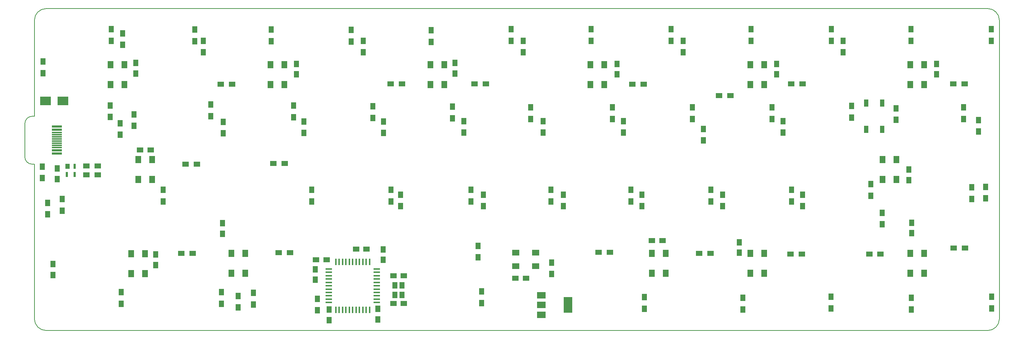
<source format=gbr>
%TF.GenerationSoftware,KiCad,Pcbnew,(5.0.0)*%
%TF.CreationDate,2018-08-30T21:22:28+03:00*%
%TF.ProjectId,cpm43,63706D34332E6B696361645F70636200,rev?*%
%TF.SameCoordinates,Original*%
%TF.FileFunction,Paste,Bot*%
%TF.FilePolarity,Positive*%
%FSLAX46Y46*%
G04 Gerber Fmt 4.6, Leading zero omitted, Abs format (unit mm)*
G04 Created by KiCad (PCBNEW (5.0.0)) date 08/30/18 21:22:28*
%MOMM*%
%LPD*%
G01*
G04 APERTURE LIST*
%ADD10C,0.200000*%
%ADD11R,1.000000X1.700000*%
%ADD12R,1.300000X1.500000*%
%ADD13R,1.400000X1.800000*%
%ADD14R,2.000000X1.500000*%
%ADD15R,2.000000X3.800000*%
%ADD16R,1.250000X1.500000*%
%ADD17R,1.500000X1.250000*%
%ADD18R,1.200000X1.600000*%
%ADD19R,1.800000X1.400000*%
%ADD20R,1.200000X1.500000*%
%ADD21R,1.500000X1.200000*%
%ADD22R,1.524000X0.406400*%
%ADD23R,0.406400X1.524000*%
%ADD24R,1.000000X1.200000*%
%ADD25R,0.600000X1.200000*%
%ADD26R,2.450000X0.300000*%
%ADD27R,2.450000X0.600000*%
%ADD28R,2.650000X2.030000*%
%ADD29R,1.500000X1.300000*%
G04 APERTURE END LIST*
D10*
X33274000Y-97282000D02*
X32766000Y-97282000D01*
X32766000Y-85852000D02*
X33274000Y-85852000D01*
X33274000Y-62992000D02*
X33274000Y-85852000D01*
X33274000Y-97282000D02*
X33274000Y-134112000D01*
X30988000Y-87630000D02*
X30988000Y-95504000D01*
X30988000Y-87630000D02*
G75*
G02X32766000Y-85852000I1778000J0D01*
G01*
X32766000Y-97282000D02*
G75*
G02X30988000Y-95504000I0J1778000D01*
G01*
X36068000Y-60198000D02*
X260350000Y-60198000D01*
X260350000Y-136906000D02*
X36068000Y-136906000D01*
X263144000Y-62992000D02*
X263144000Y-134112000D01*
X260350000Y-60198000D02*
G75*
G02X263144000Y-62992000I0J-2794000D01*
G01*
X263144000Y-134112000D02*
G75*
G02X260350000Y-136906000I-2794000J0D01*
G01*
X36068000Y-136906000D02*
G75*
G02X33274000Y-134112000I0J2794000D01*
G01*
X33274000Y-62992000D02*
G75*
G02X36068000Y-60198000I2794000J0D01*
G01*
D11*
%TO.C,SW1*%
X231424400Y-82702000D03*
X231424400Y-89002000D03*
X235224400Y-82702000D03*
X235224400Y-89002000D03*
%TD*%
D12*
%TO.C,X1*%
X119165000Y-128404000D03*
X119165000Y-126104000D03*
X120865000Y-128404000D03*
X120865000Y-126104000D03*
%TD*%
D13*
%TO.C,LED7*%
X169036000Y-78346000D03*
X165736000Y-78346000D03*
X165736000Y-73546000D03*
X169036000Y-73546000D03*
%TD*%
D14*
%TO.C,Q1*%
X154045520Y-133130320D03*
X154045520Y-128530320D03*
X154045520Y-130830320D03*
D15*
X160345520Y-130830320D03*
%TD*%
D16*
%TO.C,C1*%
X100203000Y-122321000D03*
X100203000Y-124821000D03*
%TD*%
%TO.C,C2*%
X116385340Y-117555960D03*
X116385340Y-120055960D03*
%TD*%
%TO.C,C3*%
X115049300Y-131744400D03*
X115049300Y-134244400D03*
%TD*%
D17*
%TO.C,C4*%
X100350000Y-120015000D03*
X102850000Y-120015000D03*
%TD*%
D16*
%TO.C,C5*%
X103444040Y-134437440D03*
X103444040Y-131937440D03*
%TD*%
D17*
%TO.C,C6*%
X109875000Y-117475000D03*
X112375000Y-117475000D03*
%TD*%
D16*
%TO.C,C7*%
X38735000Y-98318000D03*
X38735000Y-100818000D03*
%TD*%
%TO.C,C9*%
X78079600Y-111348200D03*
X78079600Y-113848200D03*
%TD*%
%TO.C,C10*%
X62179200Y-121290400D03*
X62179200Y-118790400D03*
%TD*%
D17*
%TO.C,C11*%
X60940000Y-93853000D03*
X58440000Y-93853000D03*
%TD*%
D16*
%TO.C,C12*%
X57404000Y-75672000D03*
X57404000Y-73172000D03*
%TD*%
%TO.C,C13*%
X95694500Y-73362500D03*
X95694500Y-75862500D03*
%TD*%
%TO.C,C14*%
X133477000Y-75672000D03*
X133477000Y-73172000D03*
%TD*%
%TO.C,C15*%
X172085000Y-75862500D03*
X172085000Y-73362500D03*
%TD*%
%TO.C,C16*%
X210058000Y-75862500D03*
X210058000Y-73362500D03*
%TD*%
%TO.C,C17*%
X248158000Y-73362500D03*
X248158000Y-75862500D03*
%TD*%
%TO.C,C18*%
X241554000Y-98572000D03*
X241554000Y-101072000D03*
%TD*%
%TO.C,C19*%
X242265200Y-111221200D03*
X242265200Y-113721200D03*
%TD*%
%TO.C,C20*%
X201168000Y-118364000D03*
X201168000Y-115864000D03*
%TD*%
D17*
%TO.C,C21*%
X182860000Y-115443000D03*
X180360000Y-115443000D03*
%TD*%
%TO.C,C22*%
X147848000Y-124460000D03*
X150348000Y-124460000D03*
%TD*%
D18*
%TO.C,D1*%
X51562000Y-67922600D03*
X51562000Y-65122600D03*
%TD*%
%TO.C,D2*%
X71501000Y-65148000D03*
X71501000Y-67948000D03*
%TD*%
%TO.C,D3*%
X89687400Y-67948000D03*
X89687400Y-65148000D03*
%TD*%
%TO.C,D4*%
X108762800Y-65300400D03*
X108762800Y-68100400D03*
%TD*%
%TO.C,D5*%
X127812800Y-68125800D03*
X127812800Y-65325800D03*
%TD*%
%TO.C,D6*%
X146837400Y-67922600D03*
X146837400Y-65122600D03*
%TD*%
%TO.C,D7*%
X165887400Y-67922600D03*
X165887400Y-65122600D03*
%TD*%
%TO.C,D8*%
X184937400Y-67897200D03*
X184937400Y-65097200D03*
%TD*%
%TO.C,D9*%
X204012800Y-67897200D03*
X204012800Y-65097200D03*
%TD*%
%TO.C,D10*%
X223088200Y-67922600D03*
X223088200Y-65122600D03*
%TD*%
%TO.C,D11*%
X242112800Y-67897200D03*
X242112800Y-65097200D03*
%TD*%
%TO.C,D12*%
X261175500Y-67884500D03*
X261175500Y-65084500D03*
%TD*%
%TO.C,D13*%
X35306000Y-72768000D03*
X35306000Y-75568000D03*
%TD*%
%TO.C,D14*%
X75311000Y-85855000D03*
X75311000Y-83055000D03*
%TD*%
%TO.C,D15*%
X94996000Y-86109000D03*
X94996000Y-83309000D03*
%TD*%
%TO.C,D16*%
X113919000Y-86236000D03*
X113919000Y-83436000D03*
%TD*%
%TO.C,D17*%
X132842000Y-86363000D03*
X132842000Y-83563000D03*
%TD*%
%TO.C,D18*%
X151511000Y-86490000D03*
X151511000Y-83690000D03*
%TD*%
%TO.C,D19*%
X170942000Y-83753500D03*
X170942000Y-86553500D03*
%TD*%
%TO.C,D20*%
X189992000Y-86490000D03*
X189992000Y-83690000D03*
%TD*%
%TO.C,D21*%
X208978500Y-86490000D03*
X208978500Y-83690000D03*
%TD*%
%TO.C,D22*%
X227901500Y-86172500D03*
X227901500Y-83372500D03*
%TD*%
%TO.C,D23*%
X254635000Y-86553500D03*
X254635000Y-83753500D03*
%TD*%
%TO.C,D24*%
X39878000Y-108334000D03*
X39878000Y-105534000D03*
%TD*%
%TO.C,D25*%
X63982600Y-103336900D03*
X63982600Y-106136900D03*
%TD*%
%TO.C,D26*%
X99314000Y-103375000D03*
X99314000Y-106175000D03*
%TD*%
%TO.C,D27*%
X118237000Y-103375000D03*
X118237000Y-106175000D03*
%TD*%
%TO.C,D28*%
X137287000Y-103375000D03*
X137287000Y-106175000D03*
%TD*%
%TO.C,D29*%
X156337000Y-103375000D03*
X156337000Y-106175000D03*
%TD*%
%TO.C,D30*%
X175387000Y-106175000D03*
X175387000Y-103375000D03*
%TD*%
%TO.C,D31*%
X194437000Y-103375000D03*
X194437000Y-106175000D03*
%TD*%
%TO.C,D32*%
X213614000Y-103375000D03*
X213614000Y-106175000D03*
%TD*%
%TO.C,D33*%
X232537000Y-101978000D03*
X232537000Y-104778000D03*
%TD*%
%TO.C,D34*%
X256540000Y-102740000D03*
X256540000Y-105540000D03*
%TD*%
%TO.C,D35*%
X53975000Y-130559000D03*
X53975000Y-127759000D03*
%TD*%
%TO.C,D36*%
X77851000Y-130559000D03*
X77851000Y-127759000D03*
%TD*%
%TO.C,D37*%
X85471000Y-130686000D03*
X85471000Y-127886000D03*
%TD*%
%TO.C,D38*%
X139827000Y-130368500D03*
X139827000Y-127568500D03*
%TD*%
%TO.C,D39*%
X178562000Y-131765500D03*
X178562000Y-128965500D03*
%TD*%
%TO.C,D40*%
X202057000Y-131892500D03*
X202057000Y-129092500D03*
%TD*%
%TO.C,D41*%
X223012000Y-131625800D03*
X223012000Y-128825800D03*
%TD*%
%TO.C,D42*%
X242189000Y-131892500D03*
X242189000Y-129092500D03*
%TD*%
%TO.C,D43*%
X261302500Y-131638500D03*
X261302500Y-128838500D03*
%TD*%
D13*
%TO.C,LED1*%
X80201500Y-118504000D03*
X83501500Y-118504000D03*
X83501500Y-123304000D03*
X80201500Y-123304000D03*
%TD*%
%TO.C,LED2*%
X59625500Y-118567500D03*
X56325500Y-118567500D03*
X56325500Y-123367500D03*
X59625500Y-123367500D03*
%TD*%
%TO.C,LED3*%
X57976500Y-96152000D03*
X61276500Y-96152000D03*
X61276500Y-100952000D03*
X57976500Y-100952000D03*
%TD*%
%TO.C,LED4*%
X54736000Y-73546000D03*
X51436000Y-73546000D03*
X51436000Y-78346000D03*
X54736000Y-78346000D03*
%TD*%
%TO.C,LED5*%
X92836000Y-78346000D03*
X89536000Y-78346000D03*
X89536000Y-73546000D03*
X92836000Y-73546000D03*
%TD*%
%TO.C,LED6*%
X130936000Y-73546000D03*
X127636000Y-73546000D03*
X127636000Y-78346000D03*
X130936000Y-78346000D03*
%TD*%
%TO.C,LED8*%
X207136000Y-73546000D03*
X203836000Y-73546000D03*
X203836000Y-78346000D03*
X207136000Y-78346000D03*
%TD*%
%TO.C,LED9*%
X245236000Y-78346000D03*
X241936000Y-78346000D03*
X241936000Y-73546000D03*
X245236000Y-73546000D03*
%TD*%
%TO.C,LED10*%
X238632000Y-96152000D03*
X235332000Y-96152000D03*
X235332000Y-100952000D03*
X238632000Y-100952000D03*
%TD*%
%TO.C,LED11*%
X241872500Y-118504000D03*
X245172500Y-118504000D03*
X245172500Y-123304000D03*
X241872500Y-123304000D03*
%TD*%
%TO.C,LED12*%
X203772500Y-123304000D03*
X207072500Y-123304000D03*
X207072500Y-118504000D03*
X203772500Y-118504000D03*
%TD*%
%TO.C,LED13*%
X180341000Y-118504000D03*
X183641000Y-118504000D03*
X183641000Y-123304000D03*
X180341000Y-123304000D03*
%TD*%
D19*
%TO.C,LED14*%
X147894340Y-121614200D03*
X147894340Y-118314200D03*
X152694340Y-118314200D03*
X152694340Y-121614200D03*
%TD*%
D20*
%TO.C,NPNR1*%
X156514800Y-123422400D03*
X156514800Y-120722400D03*
%TD*%
%TO.C,R1*%
X238506000Y-83994000D03*
X238506000Y-86694000D03*
%TD*%
%TO.C,R2*%
X100711000Y-132058400D03*
X100711000Y-129358400D03*
%TD*%
%TO.C,R3*%
X54330600Y-68787000D03*
X54330600Y-66087000D03*
%TD*%
%TO.C,R4*%
X73533000Y-70565000D03*
X73533000Y-67865000D03*
%TD*%
D21*
%TO.C,R5*%
X80344000Y-78232000D03*
X77644000Y-78232000D03*
%TD*%
D20*
%TO.C,R6*%
X111633000Y-70565000D03*
X111633000Y-67865000D03*
%TD*%
D21*
%TO.C,R7*%
X120857000Y-78105000D03*
X118157000Y-78105000D03*
%TD*%
%TO.C,R8*%
X140796000Y-78105000D03*
X138096000Y-78105000D03*
%TD*%
D20*
%TO.C,R9*%
X149733000Y-70565000D03*
X149733000Y-67865000D03*
%TD*%
D21*
%TO.C,R10*%
X178388000Y-78232000D03*
X175688000Y-78232000D03*
%TD*%
D20*
%TO.C,R11*%
X187833000Y-70565000D03*
X187833000Y-67865000D03*
%TD*%
D21*
%TO.C,R12*%
X216234000Y-78105000D03*
X213534000Y-78105000D03*
%TD*%
D20*
%TO.C,R13*%
X225933000Y-70565000D03*
X225933000Y-67865000D03*
%TD*%
D21*
%TO.C,R14*%
X254842000Y-78105000D03*
X252142000Y-78105000D03*
%TD*%
D20*
%TO.C,R15*%
X57023000Y-88091000D03*
X57023000Y-85391000D03*
%TD*%
%TO.C,R16*%
X78232000Y-87194400D03*
X78232000Y-89894400D03*
%TD*%
%TO.C,R17*%
X97434400Y-89792800D03*
X97434400Y-87092800D03*
%TD*%
%TO.C,R18*%
X116433600Y-87092800D03*
X116433600Y-89792800D03*
%TD*%
%TO.C,R19*%
X135534400Y-87042000D03*
X135534400Y-89742000D03*
%TD*%
%TO.C,R20*%
X154482800Y-89742000D03*
X154482800Y-87042000D03*
%TD*%
%TO.C,R21*%
X173545500Y-87042000D03*
X173545500Y-89742000D03*
%TD*%
%TO.C,R22*%
X192608200Y-91570800D03*
X192608200Y-88870800D03*
%TD*%
D21*
%TO.C,R23*%
X199089000Y-80899000D03*
X196389000Y-80899000D03*
%TD*%
D20*
%TO.C,R24*%
X211582000Y-89742000D03*
X211582000Y-87042000D03*
%TD*%
%TO.C,R25*%
X258191000Y-89488000D03*
X258191000Y-86788000D03*
%TD*%
%TO.C,R26*%
X36449000Y-109173000D03*
X36449000Y-106473000D03*
%TD*%
D21*
%TO.C,R27*%
X69262000Y-97282000D03*
X71962000Y-97282000D03*
%TD*%
%TO.C,R28*%
X92917000Y-97129600D03*
X90217000Y-97129600D03*
%TD*%
D20*
%TO.C,R29*%
X120523000Y-107268000D03*
X120523000Y-104568000D03*
%TD*%
%TO.C,R30*%
X140208000Y-104568000D03*
X140208000Y-107268000D03*
%TD*%
%TO.C,R31*%
X159258000Y-104568000D03*
X159258000Y-107268000D03*
%TD*%
%TO.C,R32*%
X177995580Y-107237520D03*
X177995580Y-104537520D03*
%TD*%
%TO.C,R33*%
X197231000Y-104568000D03*
X197231000Y-107268000D03*
%TD*%
%TO.C,R34*%
X216281000Y-107268000D03*
X216281000Y-104568000D03*
%TD*%
%TO.C,R35*%
X235204000Y-108886000D03*
X235204000Y-111586000D03*
%TD*%
%TO.C,R36*%
X259842000Y-105363000D03*
X259842000Y-102663000D03*
%TD*%
%TO.C,R37*%
X37719000Y-121031000D03*
X37719000Y-123731000D03*
%TD*%
D21*
%TO.C,R38*%
X70946000Y-118491000D03*
X68246000Y-118491000D03*
%TD*%
%TO.C,R39*%
X91487000Y-118364000D03*
X94187000Y-118364000D03*
%TD*%
D20*
%TO.C,R40*%
X138963400Y-119485400D03*
X138963400Y-116785400D03*
%TD*%
D21*
%TO.C,R41*%
X167687000Y-118300500D03*
X170387000Y-118300500D03*
%TD*%
%TO.C,R42*%
X191626500Y-118491000D03*
X194326500Y-118491000D03*
%TD*%
%TO.C,R43*%
X216107000Y-118681500D03*
X213407000Y-118681500D03*
%TD*%
%TO.C,R44*%
X232139500Y-118681500D03*
X234839500Y-118681500D03*
%TD*%
%TO.C,R45*%
X254918200Y-117271800D03*
X252218200Y-117271800D03*
%TD*%
D20*
%TO.C,RGBR1*%
X81788000Y-131398000D03*
X81788000Y-128698000D03*
%TD*%
D22*
%TO.C,U1*%
X103378000Y-126238000D03*
X103378000Y-125437900D03*
X103378000Y-124637800D03*
X103378000Y-123837700D03*
X103378000Y-123037600D03*
X103378000Y-122237500D03*
X103378000Y-127038100D03*
X103378000Y-127838200D03*
X103378000Y-128638300D03*
X103378000Y-129438400D03*
X103378000Y-130238500D03*
X114808000Y-126238000D03*
X114808000Y-125437900D03*
X114808000Y-124637800D03*
X114808000Y-123837700D03*
X114808000Y-123037600D03*
X114808000Y-122237500D03*
X114808000Y-127038100D03*
X114808000Y-127838200D03*
X114808000Y-128638300D03*
X114808000Y-129438400D03*
X114808000Y-130238500D03*
D23*
X109093000Y-120523000D03*
X109093000Y-131953000D03*
X109893100Y-120523000D03*
X109893100Y-131953000D03*
X110693200Y-131953000D03*
X110693200Y-120523000D03*
X111493300Y-120523000D03*
X111493300Y-131953000D03*
X112293400Y-131953000D03*
X112293400Y-120523000D03*
X113093500Y-120523000D03*
X113093500Y-131953000D03*
X108292900Y-131953000D03*
X108292900Y-120523000D03*
X107492800Y-120523000D03*
X107492800Y-131953000D03*
X106692700Y-131953000D03*
X106692700Y-120523000D03*
X105892600Y-120523000D03*
X105892600Y-131953000D03*
X105092500Y-131953000D03*
X105092500Y-120523000D03*
%TD*%
D24*
%TO.C,U2*%
X41160000Y-97742500D03*
D25*
X42860000Y-97742500D03*
X42860000Y-99742500D03*
X40960000Y-99742500D03*
%TD*%
D17*
%TO.C,XC1*%
X121265000Y-130429000D03*
X118765000Y-130429000D03*
%TD*%
%TO.C,XC2*%
X121264999Y-123875800D03*
X118765001Y-123875800D03*
%TD*%
D26*
%TO.C,USB1*%
X38611500Y-91753500D03*
X38611500Y-91253500D03*
X38611500Y-90753500D03*
X38611500Y-92253500D03*
X38611500Y-90253500D03*
X38611500Y-92753500D03*
X38611500Y-89753500D03*
X38611500Y-93253500D03*
D27*
X38611500Y-93953500D03*
X38611500Y-89053500D03*
X38611500Y-94728500D03*
X38611500Y-88278500D03*
%TD*%
D28*
%TO.C,F1*%
X40063000Y-82169000D03*
X35883000Y-82169000D03*
%TD*%
D29*
%TO.C,UR1*%
X45640000Y-99806760D03*
X48340000Y-99806760D03*
%TD*%
%TO.C,UR2*%
X45640000Y-97663000D03*
X48340000Y-97663000D03*
%TD*%
D12*
%TO.C,UR3*%
X51348640Y-86015820D03*
X51348640Y-83315820D03*
%TD*%
%TO.C,UR4*%
X53721000Y-87550000D03*
X53721000Y-90250000D03*
%TD*%
%TO.C,UR5*%
X35179000Y-97837000D03*
X35179000Y-100537000D03*
%TD*%
M02*

</source>
